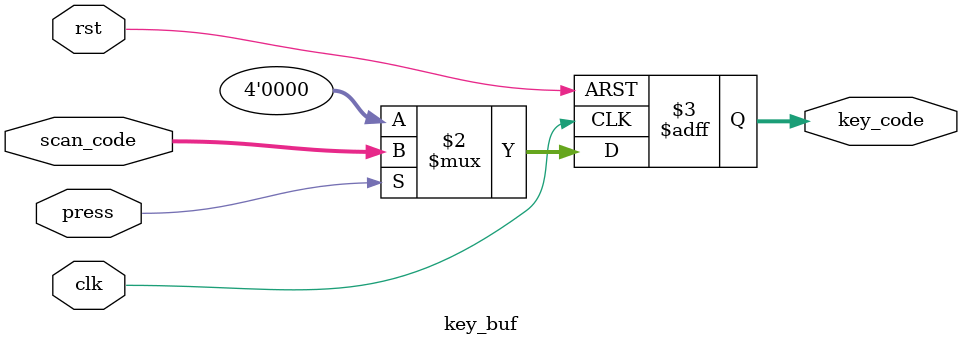
<source format=v>
module key_buf(clk, rst, press, scan_code, key_code);
input clk, rst, press;
input[3:0] scan_code;//按下去的code
output[3:0]key_code;
reg[3:0]key_code;
always@(posedge clk or posedge rst) begin
if(rst)
	key_code= 4'b1111;// initial value
else
	//key_code= press ? scan_code:4'b1111; 跳一次
	key_code= press ? scan_code:4'b0000; //會 hold住
end
endmodule

</source>
